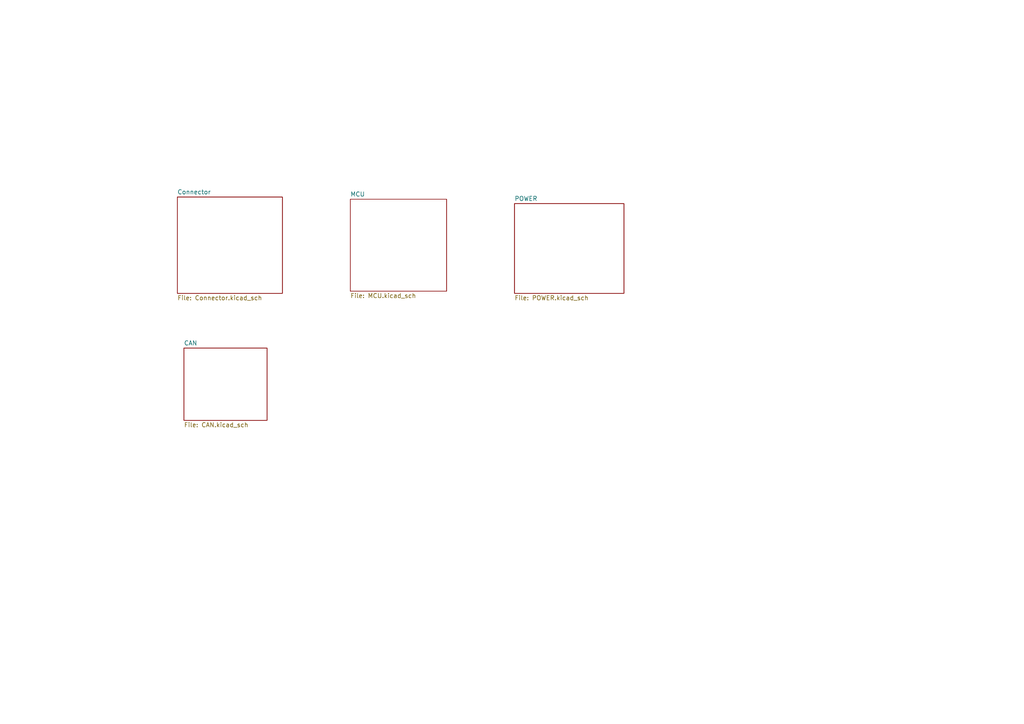
<source format=kicad_sch>
(kicad_sch
	(version 20231120)
	(generator "eeschema")
	(generator_version "8.0")
	(uuid "198a8b93-d4d2-4ece-a45e-b2e33298c67e")
	(paper "A4")
	(lib_symbols)
	(sheet
		(at 51.435 57.15)
		(size 30.48 27.94)
		(fields_autoplaced yes)
		(stroke
			(width 0.1524)
			(type solid)
		)
		(fill
			(color 0 0 0 0.0000)
		)
		(uuid "0c41c39c-5fa9-4f81-82a2-944d35a16623")
		(property "Sheetname" "Connector"
			(at 51.435 56.4384 0)
			(effects
				(font
					(size 1.27 1.27)
				)
				(justify left bottom)
			)
		)
		(property "Sheetfile" "Connector.kicad_sch"
			(at 51.435 85.6746 0)
			(effects
				(font
					(size 1.27 1.27)
				)
				(justify left top)
			)
		)
		(instances
			(project "Modus_Extension_Template"
				(path "/198a8b93-d4d2-4ece-a45e-b2e33298c67e"
					(page "2")
				)
			)
		)
	)
	(sheet
		(at 101.6 57.785)
		(size 27.94 26.67)
		(fields_autoplaced yes)
		(stroke
			(width 0.1524)
			(type solid)
		)
		(fill
			(color 0 0 0 0.0000)
		)
		(uuid "37571e0b-f761-4a65-9c05-1eb79206c7fb")
		(property "Sheetname" "MCU"
			(at 101.6 57.0734 0)
			(effects
				(font
					(size 1.27 1.27)
				)
				(justify left bottom)
			)
		)
		(property "Sheetfile" "MCU.kicad_sch"
			(at 101.6 85.0396 0)
			(effects
				(font
					(size 1.27 1.27)
				)
				(justify left top)
			)
		)
		(instances
			(project "Modus_Extension_Template"
				(path "/198a8b93-d4d2-4ece-a45e-b2e33298c67e"
					(page "3")
				)
			)
		)
	)
	(sheet
		(at 53.34 100.965)
		(size 24.13 20.955)
		(fields_autoplaced yes)
		(stroke
			(width 0.1524)
			(type solid)
		)
		(fill
			(color 0 0 0 0.0000)
		)
		(uuid "72e3cd6b-4308-480c-bda0-28d3416f0597")
		(property "Sheetname" "CAN"
			(at 53.34 100.2534 0)
			(effects
				(font
					(size 1.27 1.27)
				)
				(justify left bottom)
			)
		)
		(property "Sheetfile" "CAN.kicad_sch"
			(at 53.34 122.5046 0)
			(effects
				(font
					(size 1.27 1.27)
				)
				(justify left top)
			)
		)
		(instances
			(project "Modus_Extension_Template"
				(path "/198a8b93-d4d2-4ece-a45e-b2e33298c67e"
					(page "5")
				)
			)
		)
	)
	(sheet
		(at 149.225 59.055)
		(size 31.75 26.035)
		(fields_autoplaced yes)
		(stroke
			(width 0.1524)
			(type solid)
		)
		(fill
			(color 0 0 0 0.0000)
		)
		(uuid "77654dcf-3e10-4064-ad4b-ca400858d965")
		(property "Sheetname" "POWER"
			(at 149.225 58.3434 0)
			(effects
				(font
					(size 1.27 1.27)
				)
				(justify left bottom)
			)
		)
		(property "Sheetfile" "POWER.kicad_sch"
			(at 149.225 85.6746 0)
			(effects
				(font
					(size 1.27 1.27)
				)
				(justify left top)
			)
		)
		(instances
			(project "Modus_Extension_Template"
				(path "/198a8b93-d4d2-4ece-a45e-b2e33298c67e"
					(page "4")
				)
			)
		)
	)
	(sheet_instances
		(path "/"
			(page "1")
		)
	)
)

</source>
